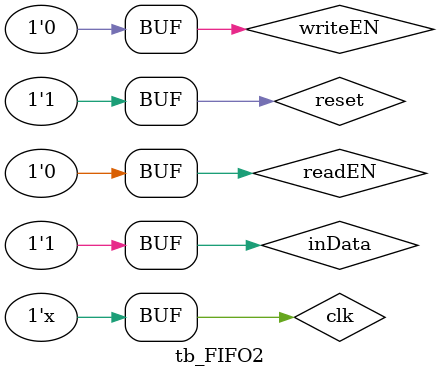
<source format=sv>
`timescale 1ns / 1ps


 
module tb_FIFO2();

    parameter DATA_WIDTH =  4      ;
    parameter ADDR_WIDTH =  2      ; 
    parameter CLK_PERIOD = 20    ; 	// 50 MHz

    reg                   clk      ;
    reg			  reset	   ;
    reg			  readEN   ;
    reg			  writeEN  ;
    reg			  inData   ;


initial begin : init
	clk     = 1'b1 ;
	reset   = 1'b1 ;
	inData  = 1'b0 ;
	writeEN = 1'b0 ;
	readEN  = 1'b0 ;
end
 

always #10 	clk = ~clk ;


initial begin : RESET
	for(int i = 0; i < 5; i++) begin
		reset = 1'b0 ;
		#CLK_PERIOD ;	
	end
	reset = 1'b1 ;
end


initial begin : WRITE

	/////////////////////////////////////////////////////////// A
	for(int i = 0; i < 6; i++) begin
		#CLK_PERIOD ;	
	end
	writeEN = 1'b1 ;
	inData  = 1'b1; 
	#CLK_PERIOD writeEN = 1'b0;
	
	for(int i = 0; i < 6; i++) begin
		#CLK_PERIOD ;	
	end
	writeEN = 1'b1 ;
	inData  = 1'b0;
	#CLK_PERIOD writeEN = 1'b0;

	for(int i = 0; i < 6; i++) begin
		#CLK_PERIOD ;	
	end
	writeEN = 1'b1 ;
	inData = 1'b1;
	#CLK_PERIOD writeEN = 1'b0;

	for(int i = 0; i < 6; i++) begin
		#CLK_PERIOD ;	
	end
	writeEN = 1'b1 ;
	inData = 1'b0;
	#CLK_PERIOD writeEN = 1'b0;



	//////////////////////////////////////////////////////////// D

	for(int i = 0; i < 6; i++) begin
		#CLK_PERIOD ;	
	end
	writeEN = 1'b1 ;
	inData = 1'b1;
	#CLK_PERIOD writeEN = 1'b0;

	for(int i = 0; i < 6; i++) begin
		#CLK_PERIOD ;	
	end
	writeEN = 1'b1 ;
	inData = 1'b1;
	#CLK_PERIOD writeEN = 1'b0;

	for(int i = 0; i < 6; i++) begin
		#CLK_PERIOD ;	
	end
	writeEN = 1'b1 ;
	inData = 1'b0;
	#CLK_PERIOD writeEN = 1'b0;

	for(int i = 0; i < 6; i++) begin
		#CLK_PERIOD ;	
	end
	writeEN = 1'b1 ;
	inData = 1'b1;
	#CLK_PERIOD writeEN = 1'b0;


	////////////////////////////////////////////////////////// 7

	for(int i = 0; i < 6; i++) begin
		#CLK_PERIOD ;	
	end
	writeEN = 1'b1 ;
	inData  = 1'b0; 
	#CLK_PERIOD writeEN = 1'b0;
	
	for(int i = 0; i < 6; i++) begin
		#CLK_PERIOD ;	
	end
	writeEN = 1'b1 ;
	inData  = 1'b1;
	#CLK_PERIOD writeEN = 1'b0;

	for(int i = 0; i < 6; i++) begin
		#CLK_PERIOD ;	
	end
	writeEN = 1'b1 ;
	inData = 1'b1;
	#CLK_PERIOD writeEN = 1'b0;

	for(int i = 0; i < 6; i++) begin
		#CLK_PERIOD ;	
	end
	writeEN = 1'b1 ;
	inData = 1'b1;
	#CLK_PERIOD writeEN = 1'b0;

	//////////////////////////////////////////////////////////// F

	for(int i = 0; i < 6; i++) begin
		#CLK_PERIOD ;	
	end
	writeEN = 1'b1 ;
	inData = 1'b1;
	#CLK_PERIOD writeEN = 1'b0;

	for(int i = 0; i < 6; i++) begin
		#CLK_PERIOD ;	
	end
	writeEN = 1'b1 ;
	inData = 1'b1;
	#CLK_PERIOD writeEN = 1'b0;

	for(int i = 0; i < 6; i++) begin
		#CLK_PERIOD ;	
	end
	writeEN = 1'b1 ;
	inData = 1'b1;
	#CLK_PERIOD writeEN = 1'b0;

	for(int i = 0; i < 6; i++) begin
		#CLK_PERIOD ;	
	end
	writeEN = 1'b1 ;
	inData = 1'b1;
	#CLK_PERIOD writeEN = 1'b0;


end



initial begin : READ
	for(int i = 0; i < 150; i++) begin
		#CLK_PERIOD ;	
	end
	readEN = 1'b1 ;             
	#CLK_PERIOD readEN = 1'b0 ;


	for(int i = 0; i < 10; i++) begin
		#CLK_PERIOD ;	
	end
	readEN = 1'b1 ;          
	#CLK_PERIOD readEN = 1'b0 ;

end



outFIFO u_fifo (
    .inClock       (clk)   	,
    .inReset       (reset) 	,    
    .inReadEnable  (readEN)   	,
    .inWriteEnable (writeEN)  	, 
    .inData        (inData)     ,
    
    .outWriteCount ()  		,   
    .outReadCount  ()   	,
    .outReadError  ()   	,
    .outWriteError ()  		,
    .outFull       ()        	,
    .outEmpty      ()       	,
    .outAlmostEmpty() 		,
    .outAlmostFull ()  		,
    .outDone       ()        	,
    .outData       ()
    ) ;


/*
AMBA #() cpu(
    .PCLK    (PCLK   ),
    .PRESET  (PRESET ),
    .PENABLE (PENABLE),
    .PnR_W   (PnR_W  ),
    .PWDATA  (PWDATA ),
    .PADDR   (PADDR  ),
    .PREADY  (PREADY ),
    .PRDATA  (PRDATA )
) ;
*/

endmodule


</source>
